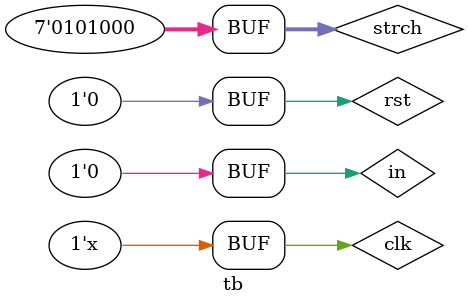
<source format=sv>

module tb();

parameter DELAY_TICKS = 100;
parameter MAX_LENGTH_TICKS = 100;

logic clk = 1;
logic rst;
always #1 clk <= ~clk;

logic in, out;
logic [$clog2(MAX_LENGTH_TICKS+1)-1:0] strch;

initial begin
  in = 0;
  rst = 1;
  #150
  rst = 0;
  #50
  in = 1;
  #100
  in = 0;
  #300
  in = 1;
  #50
  in = 0;
end

assign strch = 40;

stretch #(
  .MAX_LENGTH_TICKS (MAX_LENGTH_TICKS),
  .DELAY_TICKS (DELAY_TICKS)
) dut (
  .clk (clk),
  .rst (rst),

  .in (in),
  .strch (strch),
  .out (out)
);

endmodule

</source>
